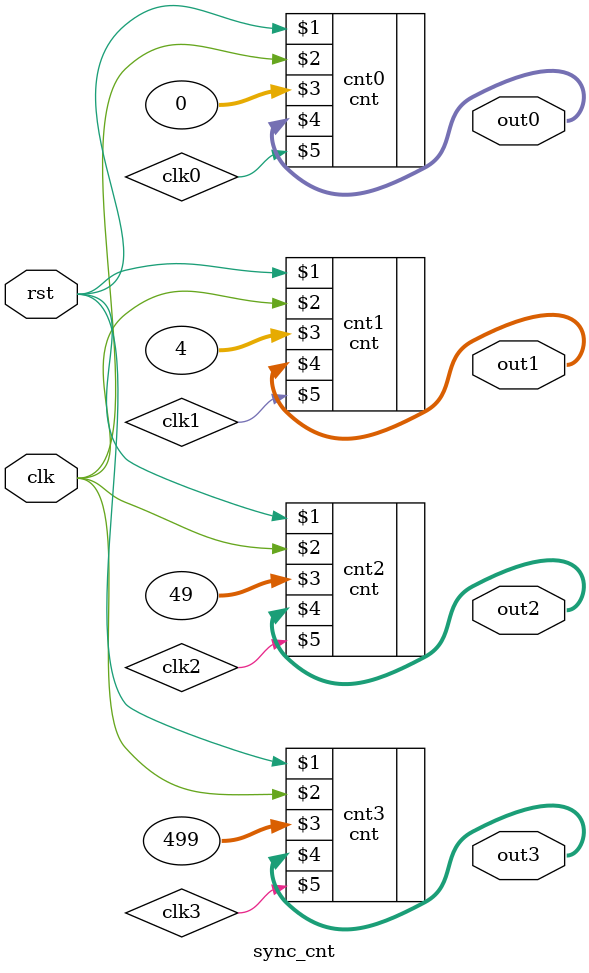
<source format=v>
module sync_cnt (
    rst,
    clk,
    out0,
    out1,
    out2,
    out3
);

  input rst, clk;
  output [3:0] out0, out1, out2, out3;
  wire clk0, clk1, clk2, clk3;

  cnt cnt0 (
      rst,
      clk,
      0,
      out0,
      clk0
  );
  cnt cnt1 (
      rst,
      clk,
      4,
      out1,
      clk1
  );
  cnt cnt2 (
      rst,
      clk,
      49,
      out2,
      clk2
  );
  cnt cnt3 (
      rst,
      clk,
      499,
      out3,
      clk3
  );

endmodule

</source>
